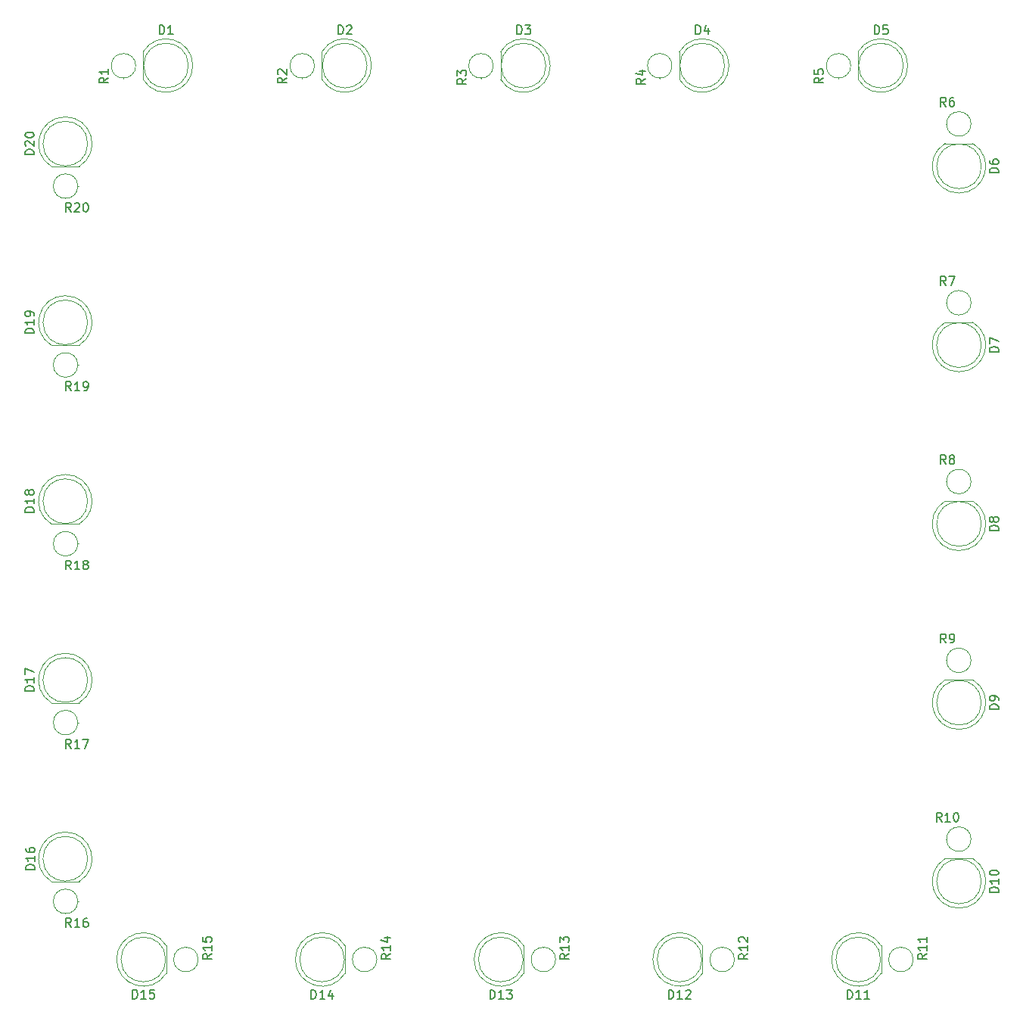
<source format=gbr>
%TF.GenerationSoftware,KiCad,Pcbnew,7.0.6*%
%TF.CreationDate,2024-08-08T10:20:05+01:00*%
%TF.ProjectId,DMI_LightBox,444d495f-4c69-4676-9874-426f782e6b69,rev?*%
%TF.SameCoordinates,Original*%
%TF.FileFunction,Legend,Top*%
%TF.FilePolarity,Positive*%
%FSLAX46Y46*%
G04 Gerber Fmt 4.6, Leading zero omitted, Abs format (unit mm)*
G04 Created by KiCad (PCBNEW 7.0.6) date 2024-08-08 10:20:05*
%MOMM*%
%LPD*%
G01*
G04 APERTURE LIST*
%ADD10C,0.150000*%
%ADD11C,0.120000*%
G04 APERTURE END LIST*
D10*
X160665319Y-146692857D02*
X160189128Y-147026190D01*
X160665319Y-147264285D02*
X159665319Y-147264285D01*
X159665319Y-147264285D02*
X159665319Y-146883333D01*
X159665319Y-146883333D02*
X159712938Y-146788095D01*
X159712938Y-146788095D02*
X159760557Y-146740476D01*
X159760557Y-146740476D02*
X159855795Y-146692857D01*
X159855795Y-146692857D02*
X159998652Y-146692857D01*
X159998652Y-146692857D02*
X160093890Y-146740476D01*
X160093890Y-146740476D02*
X160141509Y-146788095D01*
X160141509Y-146788095D02*
X160189128Y-146883333D01*
X160189128Y-146883333D02*
X160189128Y-147264285D01*
X160665319Y-145740476D02*
X160665319Y-146311904D01*
X160665319Y-146026190D02*
X159665319Y-146026190D01*
X159665319Y-146026190D02*
X159808176Y-146121428D01*
X159808176Y-146121428D02*
X159903414Y-146216666D01*
X159903414Y-146216666D02*
X159951033Y-146311904D01*
X159998652Y-144883333D02*
X160665319Y-144883333D01*
X159617700Y-145121428D02*
X160331985Y-145359523D01*
X160331985Y-145359523D02*
X160331985Y-144740476D01*
X120799819Y-97264284D02*
X119799819Y-97264284D01*
X119799819Y-97264284D02*
X119799819Y-97026189D01*
X119799819Y-97026189D02*
X119847438Y-96883332D01*
X119847438Y-96883332D02*
X119942676Y-96788094D01*
X119942676Y-96788094D02*
X120037914Y-96740475D01*
X120037914Y-96740475D02*
X120228390Y-96692856D01*
X120228390Y-96692856D02*
X120371247Y-96692856D01*
X120371247Y-96692856D02*
X120561723Y-96740475D01*
X120561723Y-96740475D02*
X120656961Y-96788094D01*
X120656961Y-96788094D02*
X120752200Y-96883332D01*
X120752200Y-96883332D02*
X120799819Y-97026189D01*
X120799819Y-97026189D02*
X120799819Y-97264284D01*
X120799819Y-95740475D02*
X120799819Y-96311903D01*
X120799819Y-96026189D02*
X119799819Y-96026189D01*
X119799819Y-96026189D02*
X119942676Y-96121427D01*
X119942676Y-96121427D02*
X120037914Y-96216665D01*
X120037914Y-96216665D02*
X120085533Y-96311903D01*
X120228390Y-95169046D02*
X120180771Y-95264284D01*
X120180771Y-95264284D02*
X120133152Y-95311903D01*
X120133152Y-95311903D02*
X120037914Y-95359522D01*
X120037914Y-95359522D02*
X119990295Y-95359522D01*
X119990295Y-95359522D02*
X119895057Y-95311903D01*
X119895057Y-95311903D02*
X119847438Y-95264284D01*
X119847438Y-95264284D02*
X119799819Y-95169046D01*
X119799819Y-95169046D02*
X119799819Y-94978570D01*
X119799819Y-94978570D02*
X119847438Y-94883332D01*
X119847438Y-94883332D02*
X119895057Y-94835713D01*
X119895057Y-94835713D02*
X119990295Y-94788094D01*
X119990295Y-94788094D02*
X120037914Y-94788094D01*
X120037914Y-94788094D02*
X120133152Y-94835713D01*
X120133152Y-94835713D02*
X120180771Y-94883332D01*
X120180771Y-94883332D02*
X120228390Y-94978570D01*
X120228390Y-94978570D02*
X120228390Y-95169046D01*
X120228390Y-95169046D02*
X120276009Y-95264284D01*
X120276009Y-95264284D02*
X120323628Y-95311903D01*
X120323628Y-95311903D02*
X120418866Y-95359522D01*
X120418866Y-95359522D02*
X120609342Y-95359522D01*
X120609342Y-95359522D02*
X120704580Y-95311903D01*
X120704580Y-95311903D02*
X120752200Y-95264284D01*
X120752200Y-95264284D02*
X120799819Y-95169046D01*
X120799819Y-95169046D02*
X120799819Y-94978570D01*
X120799819Y-94978570D02*
X120752200Y-94883332D01*
X120752200Y-94883332D02*
X120704580Y-94835713D01*
X120704580Y-94835713D02*
X120609342Y-94788094D01*
X120609342Y-94788094D02*
X120418866Y-94788094D01*
X120418866Y-94788094D02*
X120323628Y-94835713D01*
X120323628Y-94835713D02*
X120276009Y-94883332D01*
X120276009Y-94883332D02*
X120228390Y-94978570D01*
X228719821Y-99328094D02*
X227719821Y-99328094D01*
X227719821Y-99328094D02*
X227719821Y-99089999D01*
X227719821Y-99089999D02*
X227767440Y-98947142D01*
X227767440Y-98947142D02*
X227862678Y-98851904D01*
X227862678Y-98851904D02*
X227957916Y-98804285D01*
X227957916Y-98804285D02*
X228148392Y-98756666D01*
X228148392Y-98756666D02*
X228291249Y-98756666D01*
X228291249Y-98756666D02*
X228481725Y-98804285D01*
X228481725Y-98804285D02*
X228576963Y-98851904D01*
X228576963Y-98851904D02*
X228672202Y-98947142D01*
X228672202Y-98947142D02*
X228719821Y-99089999D01*
X228719821Y-99089999D02*
X228719821Y-99328094D01*
X228148392Y-98185237D02*
X228100773Y-98280475D01*
X228100773Y-98280475D02*
X228053154Y-98328094D01*
X228053154Y-98328094D02*
X227957916Y-98375713D01*
X227957916Y-98375713D02*
X227910297Y-98375713D01*
X227910297Y-98375713D02*
X227815059Y-98328094D01*
X227815059Y-98328094D02*
X227767440Y-98280475D01*
X227767440Y-98280475D02*
X227719821Y-98185237D01*
X227719821Y-98185237D02*
X227719821Y-97994761D01*
X227719821Y-97994761D02*
X227767440Y-97899523D01*
X227767440Y-97899523D02*
X227815059Y-97851904D01*
X227815059Y-97851904D02*
X227910297Y-97804285D01*
X227910297Y-97804285D02*
X227957916Y-97804285D01*
X227957916Y-97804285D02*
X228053154Y-97851904D01*
X228053154Y-97851904D02*
X228100773Y-97899523D01*
X228100773Y-97899523D02*
X228148392Y-97994761D01*
X228148392Y-97994761D02*
X228148392Y-98185237D01*
X228148392Y-98185237D02*
X228196011Y-98280475D01*
X228196011Y-98280475D02*
X228243630Y-98328094D01*
X228243630Y-98328094D02*
X228338868Y-98375713D01*
X228338868Y-98375713D02*
X228529344Y-98375713D01*
X228529344Y-98375713D02*
X228624582Y-98328094D01*
X228624582Y-98328094D02*
X228672202Y-98280475D01*
X228672202Y-98280475D02*
X228719821Y-98185237D01*
X228719821Y-98185237D02*
X228719821Y-97994761D01*
X228719821Y-97994761D02*
X228672202Y-97899523D01*
X228672202Y-97899523D02*
X228624582Y-97851904D01*
X228624582Y-97851904D02*
X228529344Y-97804285D01*
X228529344Y-97804285D02*
X228338868Y-97804285D01*
X228338868Y-97804285D02*
X228243630Y-97851904D01*
X228243630Y-97851904D02*
X228196011Y-97899523D01*
X228196011Y-97899523D02*
X228148392Y-97994761D01*
X154836907Y-43814818D02*
X154836907Y-42814818D01*
X154836907Y-42814818D02*
X155075002Y-42814818D01*
X155075002Y-42814818D02*
X155217859Y-42862437D01*
X155217859Y-42862437D02*
X155313097Y-42957675D01*
X155313097Y-42957675D02*
X155360716Y-43052913D01*
X155360716Y-43052913D02*
X155408335Y-43243389D01*
X155408335Y-43243389D02*
X155408335Y-43386246D01*
X155408335Y-43386246D02*
X155360716Y-43576722D01*
X155360716Y-43576722D02*
X155313097Y-43671960D01*
X155313097Y-43671960D02*
X155217859Y-43767199D01*
X155217859Y-43767199D02*
X155075002Y-43814818D01*
X155075002Y-43814818D02*
X154836907Y-43814818D01*
X155789288Y-42910056D02*
X155836907Y-42862437D01*
X155836907Y-42862437D02*
X155932145Y-42814818D01*
X155932145Y-42814818D02*
X156170240Y-42814818D01*
X156170240Y-42814818D02*
X156265478Y-42862437D01*
X156265478Y-42862437D02*
X156313097Y-42910056D01*
X156313097Y-42910056D02*
X156360716Y-43005294D01*
X156360716Y-43005294D02*
X156360716Y-43100532D01*
X156360716Y-43100532D02*
X156313097Y-43243389D01*
X156313097Y-43243389D02*
X155741669Y-43814818D01*
X155741669Y-43814818D02*
X156360716Y-43814818D01*
X200670319Y-146692857D02*
X200194128Y-147026190D01*
X200670319Y-147264285D02*
X199670319Y-147264285D01*
X199670319Y-147264285D02*
X199670319Y-146883333D01*
X199670319Y-146883333D02*
X199717938Y-146788095D01*
X199717938Y-146788095D02*
X199765557Y-146740476D01*
X199765557Y-146740476D02*
X199860795Y-146692857D01*
X199860795Y-146692857D02*
X200003652Y-146692857D01*
X200003652Y-146692857D02*
X200098890Y-146740476D01*
X200098890Y-146740476D02*
X200146509Y-146788095D01*
X200146509Y-146788095D02*
X200194128Y-146883333D01*
X200194128Y-146883333D02*
X200194128Y-147264285D01*
X200670319Y-145740476D02*
X200670319Y-146311904D01*
X200670319Y-146026190D02*
X199670319Y-146026190D01*
X199670319Y-146026190D02*
X199813176Y-146121428D01*
X199813176Y-146121428D02*
X199908414Y-146216666D01*
X199908414Y-146216666D02*
X199956033Y-146311904D01*
X199765557Y-145359523D02*
X199717938Y-145311904D01*
X199717938Y-145311904D02*
X199670319Y-145216666D01*
X199670319Y-145216666D02*
X199670319Y-144978571D01*
X199670319Y-144978571D02*
X199717938Y-144883333D01*
X199717938Y-144883333D02*
X199765557Y-144835714D01*
X199765557Y-144835714D02*
X199860795Y-144788095D01*
X199860795Y-144788095D02*
X199956033Y-144788095D01*
X199956033Y-144788095D02*
X200098890Y-144835714D01*
X200098890Y-144835714D02*
X200670319Y-145407142D01*
X200670319Y-145407142D02*
X200670319Y-144788095D01*
X171820714Y-151734819D02*
X171820714Y-150734819D01*
X171820714Y-150734819D02*
X172058809Y-150734819D01*
X172058809Y-150734819D02*
X172201666Y-150782438D01*
X172201666Y-150782438D02*
X172296904Y-150877676D01*
X172296904Y-150877676D02*
X172344523Y-150972914D01*
X172344523Y-150972914D02*
X172392142Y-151163390D01*
X172392142Y-151163390D02*
X172392142Y-151306247D01*
X172392142Y-151306247D02*
X172344523Y-151496723D01*
X172344523Y-151496723D02*
X172296904Y-151591961D01*
X172296904Y-151591961D02*
X172201666Y-151687200D01*
X172201666Y-151687200D02*
X172058809Y-151734819D01*
X172058809Y-151734819D02*
X171820714Y-151734819D01*
X173344523Y-151734819D02*
X172773095Y-151734819D01*
X173058809Y-151734819D02*
X173058809Y-150734819D01*
X173058809Y-150734819D02*
X172963571Y-150877676D01*
X172963571Y-150877676D02*
X172868333Y-150972914D01*
X172868333Y-150972914D02*
X172773095Y-151020533D01*
X173677857Y-150734819D02*
X174296904Y-150734819D01*
X174296904Y-150734819D02*
X173963571Y-151115771D01*
X173963571Y-151115771D02*
X174106428Y-151115771D01*
X174106428Y-151115771D02*
X174201666Y-151163390D01*
X174201666Y-151163390D02*
X174249285Y-151211009D01*
X174249285Y-151211009D02*
X174296904Y-151306247D01*
X174296904Y-151306247D02*
X174296904Y-151544342D01*
X174296904Y-151544342D02*
X174249285Y-151639580D01*
X174249285Y-151639580D02*
X174201666Y-151687200D01*
X174201666Y-151687200D02*
X174106428Y-151734819D01*
X174106428Y-151734819D02*
X173820714Y-151734819D01*
X173820714Y-151734819D02*
X173725476Y-151687200D01*
X173725476Y-151687200D02*
X173677857Y-151639580D01*
X151820714Y-151734819D02*
X151820714Y-150734819D01*
X151820714Y-150734819D02*
X152058809Y-150734819D01*
X152058809Y-150734819D02*
X152201666Y-150782438D01*
X152201666Y-150782438D02*
X152296904Y-150877676D01*
X152296904Y-150877676D02*
X152344523Y-150972914D01*
X152344523Y-150972914D02*
X152392142Y-151163390D01*
X152392142Y-151163390D02*
X152392142Y-151306247D01*
X152392142Y-151306247D02*
X152344523Y-151496723D01*
X152344523Y-151496723D02*
X152296904Y-151591961D01*
X152296904Y-151591961D02*
X152201666Y-151687200D01*
X152201666Y-151687200D02*
X152058809Y-151734819D01*
X152058809Y-151734819D02*
X151820714Y-151734819D01*
X153344523Y-151734819D02*
X152773095Y-151734819D01*
X153058809Y-151734819D02*
X153058809Y-150734819D01*
X153058809Y-150734819D02*
X152963571Y-150877676D01*
X152963571Y-150877676D02*
X152868333Y-150972914D01*
X152868333Y-150972914D02*
X152773095Y-151020533D01*
X154201666Y-151068152D02*
X154201666Y-151734819D01*
X153963571Y-150687200D02*
X153725476Y-151401485D01*
X153725476Y-151401485D02*
X154344523Y-151401485D01*
X120799819Y-117264284D02*
X119799819Y-117264284D01*
X119799819Y-117264284D02*
X119799819Y-117026189D01*
X119799819Y-117026189D02*
X119847438Y-116883332D01*
X119847438Y-116883332D02*
X119942676Y-116788094D01*
X119942676Y-116788094D02*
X120037914Y-116740475D01*
X120037914Y-116740475D02*
X120228390Y-116692856D01*
X120228390Y-116692856D02*
X120371247Y-116692856D01*
X120371247Y-116692856D02*
X120561723Y-116740475D01*
X120561723Y-116740475D02*
X120656961Y-116788094D01*
X120656961Y-116788094D02*
X120752200Y-116883332D01*
X120752200Y-116883332D02*
X120799819Y-117026189D01*
X120799819Y-117026189D02*
X120799819Y-117264284D01*
X120799819Y-115740475D02*
X120799819Y-116311903D01*
X120799819Y-116026189D02*
X119799819Y-116026189D01*
X119799819Y-116026189D02*
X119942676Y-116121427D01*
X119942676Y-116121427D02*
X120037914Y-116216665D01*
X120037914Y-116216665D02*
X120085533Y-116311903D01*
X119799819Y-115407141D02*
X119799819Y-114740475D01*
X119799819Y-114740475D02*
X120799819Y-115169046D01*
X214836907Y-43814818D02*
X214836907Y-42814818D01*
X214836907Y-42814818D02*
X215075002Y-42814818D01*
X215075002Y-42814818D02*
X215217859Y-42862437D01*
X215217859Y-42862437D02*
X215313097Y-42957675D01*
X215313097Y-42957675D02*
X215360716Y-43052913D01*
X215360716Y-43052913D02*
X215408335Y-43243389D01*
X215408335Y-43243389D02*
X215408335Y-43386246D01*
X215408335Y-43386246D02*
X215360716Y-43576722D01*
X215360716Y-43576722D02*
X215313097Y-43671960D01*
X215313097Y-43671960D02*
X215217859Y-43767199D01*
X215217859Y-43767199D02*
X215075002Y-43814818D01*
X215075002Y-43814818D02*
X214836907Y-43814818D01*
X216313097Y-42814818D02*
X215836907Y-42814818D01*
X215836907Y-42814818D02*
X215789288Y-43291008D01*
X215789288Y-43291008D02*
X215836907Y-43243389D01*
X215836907Y-43243389D02*
X215932145Y-43195770D01*
X215932145Y-43195770D02*
X216170240Y-43195770D01*
X216170240Y-43195770D02*
X216265478Y-43243389D01*
X216265478Y-43243389D02*
X216313097Y-43291008D01*
X216313097Y-43291008D02*
X216360716Y-43386246D01*
X216360716Y-43386246D02*
X216360716Y-43624341D01*
X216360716Y-43624341D02*
X216313097Y-43719579D01*
X216313097Y-43719579D02*
X216265478Y-43767199D01*
X216265478Y-43767199D02*
X216170240Y-43814818D01*
X216170240Y-43814818D02*
X215932145Y-43814818D01*
X215932145Y-43814818D02*
X215836907Y-43767199D01*
X215836907Y-43767199D02*
X215789288Y-43719579D01*
X222845333Y-111897319D02*
X222512000Y-111421128D01*
X222273905Y-111897319D02*
X222273905Y-110897319D01*
X222273905Y-110897319D02*
X222654857Y-110897319D01*
X222654857Y-110897319D02*
X222750095Y-110944938D01*
X222750095Y-110944938D02*
X222797714Y-110992557D01*
X222797714Y-110992557D02*
X222845333Y-111087795D01*
X222845333Y-111087795D02*
X222845333Y-111230652D01*
X222845333Y-111230652D02*
X222797714Y-111325890D01*
X222797714Y-111325890D02*
X222750095Y-111373509D01*
X222750095Y-111373509D02*
X222654857Y-111421128D01*
X222654857Y-111421128D02*
X222273905Y-111421128D01*
X223321524Y-111897319D02*
X223512000Y-111897319D01*
X223512000Y-111897319D02*
X223607238Y-111849700D01*
X223607238Y-111849700D02*
X223654857Y-111802080D01*
X223654857Y-111802080D02*
X223750095Y-111659223D01*
X223750095Y-111659223D02*
X223797714Y-111468747D01*
X223797714Y-111468747D02*
X223797714Y-111087795D01*
X223797714Y-111087795D02*
X223750095Y-110992557D01*
X223750095Y-110992557D02*
X223702476Y-110944938D01*
X223702476Y-110944938D02*
X223607238Y-110897319D01*
X223607238Y-110897319D02*
X223416762Y-110897319D01*
X223416762Y-110897319D02*
X223321524Y-110944938D01*
X223321524Y-110944938D02*
X223273905Y-110992557D01*
X223273905Y-110992557D02*
X223226286Y-111087795D01*
X223226286Y-111087795D02*
X223226286Y-111325890D01*
X223226286Y-111325890D02*
X223273905Y-111421128D01*
X223273905Y-111421128D02*
X223321524Y-111468747D01*
X223321524Y-111468747D02*
X223416762Y-111516366D01*
X223416762Y-111516366D02*
X223607238Y-111516366D01*
X223607238Y-111516366D02*
X223702476Y-111468747D01*
X223702476Y-111468747D02*
X223750095Y-111421128D01*
X223750095Y-111421128D02*
X223797714Y-111325890D01*
X189176819Y-48778666D02*
X188700628Y-49111999D01*
X189176819Y-49350094D02*
X188176819Y-49350094D01*
X188176819Y-49350094D02*
X188176819Y-48969142D01*
X188176819Y-48969142D02*
X188224438Y-48873904D01*
X188224438Y-48873904D02*
X188272057Y-48826285D01*
X188272057Y-48826285D02*
X188367295Y-48778666D01*
X188367295Y-48778666D02*
X188510152Y-48778666D01*
X188510152Y-48778666D02*
X188605390Y-48826285D01*
X188605390Y-48826285D02*
X188653009Y-48873904D01*
X188653009Y-48873904D02*
X188700628Y-48969142D01*
X188700628Y-48969142D02*
X188700628Y-49350094D01*
X188510152Y-47921523D02*
X189176819Y-47921523D01*
X188129200Y-48159618D02*
X188843485Y-48397713D01*
X188843485Y-48397713D02*
X188843485Y-47778666D01*
X124960142Y-123682919D02*
X124626809Y-123206728D01*
X124388714Y-123682919D02*
X124388714Y-122682919D01*
X124388714Y-122682919D02*
X124769666Y-122682919D01*
X124769666Y-122682919D02*
X124864904Y-122730538D01*
X124864904Y-122730538D02*
X124912523Y-122778157D01*
X124912523Y-122778157D02*
X124960142Y-122873395D01*
X124960142Y-122873395D02*
X124960142Y-123016252D01*
X124960142Y-123016252D02*
X124912523Y-123111490D01*
X124912523Y-123111490D02*
X124864904Y-123159109D01*
X124864904Y-123159109D02*
X124769666Y-123206728D01*
X124769666Y-123206728D02*
X124388714Y-123206728D01*
X125912523Y-123682919D02*
X125341095Y-123682919D01*
X125626809Y-123682919D02*
X125626809Y-122682919D01*
X125626809Y-122682919D02*
X125531571Y-122825776D01*
X125531571Y-122825776D02*
X125436333Y-122921014D01*
X125436333Y-122921014D02*
X125341095Y-122968633D01*
X126245857Y-122682919D02*
X126912523Y-122682919D01*
X126912523Y-122682919D02*
X126483952Y-123682919D01*
X134836907Y-43814818D02*
X134836907Y-42814818D01*
X134836907Y-42814818D02*
X135075002Y-42814818D01*
X135075002Y-42814818D02*
X135217859Y-42862437D01*
X135217859Y-42862437D02*
X135313097Y-42957675D01*
X135313097Y-42957675D02*
X135360716Y-43052913D01*
X135360716Y-43052913D02*
X135408335Y-43243389D01*
X135408335Y-43243389D02*
X135408335Y-43386246D01*
X135408335Y-43386246D02*
X135360716Y-43576722D01*
X135360716Y-43576722D02*
X135313097Y-43671960D01*
X135313097Y-43671960D02*
X135217859Y-43767199D01*
X135217859Y-43767199D02*
X135075002Y-43814818D01*
X135075002Y-43814818D02*
X134836907Y-43814818D01*
X136360716Y-43814818D02*
X135789288Y-43814818D01*
X136075002Y-43814818D02*
X136075002Y-42814818D01*
X136075002Y-42814818D02*
X135979764Y-42957675D01*
X135979764Y-42957675D02*
X135884526Y-43052913D01*
X135884526Y-43052913D02*
X135789288Y-43100532D01*
X211820714Y-151734819D02*
X211820714Y-150734819D01*
X211820714Y-150734819D02*
X212058809Y-150734819D01*
X212058809Y-150734819D02*
X212201666Y-150782438D01*
X212201666Y-150782438D02*
X212296904Y-150877676D01*
X212296904Y-150877676D02*
X212344523Y-150972914D01*
X212344523Y-150972914D02*
X212392142Y-151163390D01*
X212392142Y-151163390D02*
X212392142Y-151306247D01*
X212392142Y-151306247D02*
X212344523Y-151496723D01*
X212344523Y-151496723D02*
X212296904Y-151591961D01*
X212296904Y-151591961D02*
X212201666Y-151687200D01*
X212201666Y-151687200D02*
X212058809Y-151734819D01*
X212058809Y-151734819D02*
X211820714Y-151734819D01*
X213344523Y-151734819D02*
X212773095Y-151734819D01*
X213058809Y-151734819D02*
X213058809Y-150734819D01*
X213058809Y-150734819D02*
X212963571Y-150877676D01*
X212963571Y-150877676D02*
X212868333Y-150972914D01*
X212868333Y-150972914D02*
X212773095Y-151020533D01*
X214296904Y-151734819D02*
X213725476Y-151734819D01*
X214011190Y-151734819D02*
X214011190Y-150734819D01*
X214011190Y-150734819D02*
X213915952Y-150877676D01*
X213915952Y-150877676D02*
X213820714Y-150972914D01*
X213820714Y-150972914D02*
X213725476Y-151020533D01*
X209115819Y-48680666D02*
X208639628Y-49013999D01*
X209115819Y-49252094D02*
X208115819Y-49252094D01*
X208115819Y-49252094D02*
X208115819Y-48871142D01*
X208115819Y-48871142D02*
X208163438Y-48775904D01*
X208163438Y-48775904D02*
X208211057Y-48728285D01*
X208211057Y-48728285D02*
X208306295Y-48680666D01*
X208306295Y-48680666D02*
X208449152Y-48680666D01*
X208449152Y-48680666D02*
X208544390Y-48728285D01*
X208544390Y-48728285D02*
X208592009Y-48775904D01*
X208592009Y-48775904D02*
X208639628Y-48871142D01*
X208639628Y-48871142D02*
X208639628Y-49252094D01*
X208115819Y-47775904D02*
X208115819Y-48252094D01*
X208115819Y-48252094D02*
X208592009Y-48299713D01*
X208592009Y-48299713D02*
X208544390Y-48252094D01*
X208544390Y-48252094D02*
X208496771Y-48156856D01*
X208496771Y-48156856D02*
X208496771Y-47918761D01*
X208496771Y-47918761D02*
X208544390Y-47823523D01*
X208544390Y-47823523D02*
X208592009Y-47775904D01*
X208592009Y-47775904D02*
X208687247Y-47728285D01*
X208687247Y-47728285D02*
X208925342Y-47728285D01*
X208925342Y-47728285D02*
X209020580Y-47775904D01*
X209020580Y-47775904D02*
X209068200Y-47823523D01*
X209068200Y-47823523D02*
X209115819Y-47918761D01*
X209115819Y-47918761D02*
X209115819Y-48156856D01*
X209115819Y-48156856D02*
X209068200Y-48252094D01*
X209068200Y-48252094D02*
X209020580Y-48299713D01*
X228719821Y-59328094D02*
X227719821Y-59328094D01*
X227719821Y-59328094D02*
X227719821Y-59089999D01*
X227719821Y-59089999D02*
X227767440Y-58947142D01*
X227767440Y-58947142D02*
X227862678Y-58851904D01*
X227862678Y-58851904D02*
X227957916Y-58804285D01*
X227957916Y-58804285D02*
X228148392Y-58756666D01*
X228148392Y-58756666D02*
X228291249Y-58756666D01*
X228291249Y-58756666D02*
X228481725Y-58804285D01*
X228481725Y-58804285D02*
X228576963Y-58851904D01*
X228576963Y-58851904D02*
X228672202Y-58947142D01*
X228672202Y-58947142D02*
X228719821Y-59089999D01*
X228719821Y-59089999D02*
X228719821Y-59328094D01*
X227719821Y-57899523D02*
X227719821Y-58089999D01*
X227719821Y-58089999D02*
X227767440Y-58185237D01*
X227767440Y-58185237D02*
X227815059Y-58232856D01*
X227815059Y-58232856D02*
X227957916Y-58328094D01*
X227957916Y-58328094D02*
X228148392Y-58375713D01*
X228148392Y-58375713D02*
X228529344Y-58375713D01*
X228529344Y-58375713D02*
X228624582Y-58328094D01*
X228624582Y-58328094D02*
X228672202Y-58280475D01*
X228672202Y-58280475D02*
X228719821Y-58185237D01*
X228719821Y-58185237D02*
X228719821Y-57994761D01*
X228719821Y-57994761D02*
X228672202Y-57899523D01*
X228672202Y-57899523D02*
X228624582Y-57851904D01*
X228624582Y-57851904D02*
X228529344Y-57804285D01*
X228529344Y-57804285D02*
X228291249Y-57804285D01*
X228291249Y-57804285D02*
X228196011Y-57851904D01*
X228196011Y-57851904D02*
X228148392Y-57899523D01*
X228148392Y-57899523D02*
X228100773Y-57994761D01*
X228100773Y-57994761D02*
X228100773Y-58185237D01*
X228100773Y-58185237D02*
X228148392Y-58280475D01*
X228148392Y-58280475D02*
X228196011Y-58328094D01*
X228196011Y-58328094D02*
X228291249Y-58375713D01*
X169174319Y-48778666D02*
X168698128Y-49111999D01*
X169174319Y-49350094D02*
X168174319Y-49350094D01*
X168174319Y-49350094D02*
X168174319Y-48969142D01*
X168174319Y-48969142D02*
X168221938Y-48873904D01*
X168221938Y-48873904D02*
X168269557Y-48826285D01*
X168269557Y-48826285D02*
X168364795Y-48778666D01*
X168364795Y-48778666D02*
X168507652Y-48778666D01*
X168507652Y-48778666D02*
X168602890Y-48826285D01*
X168602890Y-48826285D02*
X168650509Y-48873904D01*
X168650509Y-48873904D02*
X168698128Y-48969142D01*
X168698128Y-48969142D02*
X168698128Y-49350094D01*
X168174319Y-48445332D02*
X168174319Y-47826285D01*
X168174319Y-47826285D02*
X168555271Y-48159618D01*
X168555271Y-48159618D02*
X168555271Y-48016761D01*
X168555271Y-48016761D02*
X168602890Y-47921523D01*
X168602890Y-47921523D02*
X168650509Y-47873904D01*
X168650509Y-47873904D02*
X168745747Y-47826285D01*
X168745747Y-47826285D02*
X168983842Y-47826285D01*
X168983842Y-47826285D02*
X169079080Y-47873904D01*
X169079080Y-47873904D02*
X169126700Y-47921523D01*
X169126700Y-47921523D02*
X169174319Y-48016761D01*
X169174319Y-48016761D02*
X169174319Y-48302475D01*
X169174319Y-48302475D02*
X169126700Y-48397713D01*
X169126700Y-48397713D02*
X169079080Y-48445332D01*
X124960142Y-143685419D02*
X124626809Y-143209228D01*
X124388714Y-143685419D02*
X124388714Y-142685419D01*
X124388714Y-142685419D02*
X124769666Y-142685419D01*
X124769666Y-142685419D02*
X124864904Y-142733038D01*
X124864904Y-142733038D02*
X124912523Y-142780657D01*
X124912523Y-142780657D02*
X124960142Y-142875895D01*
X124960142Y-142875895D02*
X124960142Y-143018752D01*
X124960142Y-143018752D02*
X124912523Y-143113990D01*
X124912523Y-143113990D02*
X124864904Y-143161609D01*
X124864904Y-143161609D02*
X124769666Y-143209228D01*
X124769666Y-143209228D02*
X124388714Y-143209228D01*
X125912523Y-143685419D02*
X125341095Y-143685419D01*
X125626809Y-143685419D02*
X125626809Y-142685419D01*
X125626809Y-142685419D02*
X125531571Y-142828276D01*
X125531571Y-142828276D02*
X125436333Y-142923514D01*
X125436333Y-142923514D02*
X125341095Y-142971133D01*
X126769666Y-142685419D02*
X126579190Y-142685419D01*
X126579190Y-142685419D02*
X126483952Y-142733038D01*
X126483952Y-142733038D02*
X126436333Y-142780657D01*
X126436333Y-142780657D02*
X126341095Y-142923514D01*
X126341095Y-142923514D02*
X126293476Y-143113990D01*
X126293476Y-143113990D02*
X126293476Y-143494942D01*
X126293476Y-143494942D02*
X126341095Y-143590180D01*
X126341095Y-143590180D02*
X126388714Y-143637800D01*
X126388714Y-143637800D02*
X126483952Y-143685419D01*
X126483952Y-143685419D02*
X126674428Y-143685419D01*
X126674428Y-143685419D02*
X126769666Y-143637800D01*
X126769666Y-143637800D02*
X126817285Y-143590180D01*
X126817285Y-143590180D02*
X126864904Y-143494942D01*
X126864904Y-143494942D02*
X126864904Y-143256847D01*
X126864904Y-143256847D02*
X126817285Y-143161609D01*
X126817285Y-143161609D02*
X126769666Y-143113990D01*
X126769666Y-143113990D02*
X126674428Y-143066371D01*
X126674428Y-143066371D02*
X126483952Y-143066371D01*
X126483952Y-143066371D02*
X126388714Y-143113990D01*
X126388714Y-143113990D02*
X126341095Y-143161609D01*
X126341095Y-143161609D02*
X126293476Y-143256847D01*
X174836907Y-43814818D02*
X174836907Y-42814818D01*
X174836907Y-42814818D02*
X175075002Y-42814818D01*
X175075002Y-42814818D02*
X175217859Y-42862437D01*
X175217859Y-42862437D02*
X175313097Y-42957675D01*
X175313097Y-42957675D02*
X175360716Y-43052913D01*
X175360716Y-43052913D02*
X175408335Y-43243389D01*
X175408335Y-43243389D02*
X175408335Y-43386246D01*
X175408335Y-43386246D02*
X175360716Y-43576722D01*
X175360716Y-43576722D02*
X175313097Y-43671960D01*
X175313097Y-43671960D02*
X175217859Y-43767199D01*
X175217859Y-43767199D02*
X175075002Y-43814818D01*
X175075002Y-43814818D02*
X174836907Y-43814818D01*
X175741669Y-42814818D02*
X176360716Y-42814818D01*
X176360716Y-42814818D02*
X176027383Y-43195770D01*
X176027383Y-43195770D02*
X176170240Y-43195770D01*
X176170240Y-43195770D02*
X176265478Y-43243389D01*
X176265478Y-43243389D02*
X176313097Y-43291008D01*
X176313097Y-43291008D02*
X176360716Y-43386246D01*
X176360716Y-43386246D02*
X176360716Y-43624341D01*
X176360716Y-43624341D02*
X176313097Y-43719579D01*
X176313097Y-43719579D02*
X176265478Y-43767199D01*
X176265478Y-43767199D02*
X176170240Y-43814818D01*
X176170240Y-43814818D02*
X175884526Y-43814818D01*
X175884526Y-43814818D02*
X175789288Y-43767199D01*
X175789288Y-43767199D02*
X175741669Y-43719579D01*
X131820714Y-151711819D02*
X131820714Y-150711819D01*
X131820714Y-150711819D02*
X132058809Y-150711819D01*
X132058809Y-150711819D02*
X132201666Y-150759438D01*
X132201666Y-150759438D02*
X132296904Y-150854676D01*
X132296904Y-150854676D02*
X132344523Y-150949914D01*
X132344523Y-150949914D02*
X132392142Y-151140390D01*
X132392142Y-151140390D02*
X132392142Y-151283247D01*
X132392142Y-151283247D02*
X132344523Y-151473723D01*
X132344523Y-151473723D02*
X132296904Y-151568961D01*
X132296904Y-151568961D02*
X132201666Y-151664200D01*
X132201666Y-151664200D02*
X132058809Y-151711819D01*
X132058809Y-151711819D02*
X131820714Y-151711819D01*
X133344523Y-151711819D02*
X132773095Y-151711819D01*
X133058809Y-151711819D02*
X133058809Y-150711819D01*
X133058809Y-150711819D02*
X132963571Y-150854676D01*
X132963571Y-150854676D02*
X132868333Y-150949914D01*
X132868333Y-150949914D02*
X132773095Y-150997533D01*
X134249285Y-150711819D02*
X133773095Y-150711819D01*
X133773095Y-150711819D02*
X133725476Y-151188009D01*
X133725476Y-151188009D02*
X133773095Y-151140390D01*
X133773095Y-151140390D02*
X133868333Y-151092771D01*
X133868333Y-151092771D02*
X134106428Y-151092771D01*
X134106428Y-151092771D02*
X134201666Y-151140390D01*
X134201666Y-151140390D02*
X134249285Y-151188009D01*
X134249285Y-151188009D02*
X134296904Y-151283247D01*
X134296904Y-151283247D02*
X134296904Y-151521342D01*
X134296904Y-151521342D02*
X134249285Y-151616580D01*
X134249285Y-151616580D02*
X134201666Y-151664200D01*
X134201666Y-151664200D02*
X134106428Y-151711819D01*
X134106428Y-151711819D02*
X133868333Y-151711819D01*
X133868333Y-151711819D02*
X133773095Y-151664200D01*
X133773095Y-151664200D02*
X133725476Y-151616580D01*
X129105819Y-48680666D02*
X128629628Y-49013999D01*
X129105819Y-49252094D02*
X128105819Y-49252094D01*
X128105819Y-49252094D02*
X128105819Y-48871142D01*
X128105819Y-48871142D02*
X128153438Y-48775904D01*
X128153438Y-48775904D02*
X128201057Y-48728285D01*
X128201057Y-48728285D02*
X128296295Y-48680666D01*
X128296295Y-48680666D02*
X128439152Y-48680666D01*
X128439152Y-48680666D02*
X128534390Y-48728285D01*
X128534390Y-48728285D02*
X128582009Y-48775904D01*
X128582009Y-48775904D02*
X128629628Y-48871142D01*
X128629628Y-48871142D02*
X128629628Y-49252094D01*
X129105819Y-47728285D02*
X129105819Y-48299713D01*
X129105819Y-48013999D02*
X128105819Y-48013999D01*
X128105819Y-48013999D02*
X128248676Y-48109237D01*
X128248676Y-48109237D02*
X128343914Y-48204475D01*
X128343914Y-48204475D02*
X128391533Y-48299713D01*
X222845333Y-51889819D02*
X222512000Y-51413628D01*
X222273905Y-51889819D02*
X222273905Y-50889819D01*
X222273905Y-50889819D02*
X222654857Y-50889819D01*
X222654857Y-50889819D02*
X222750095Y-50937438D01*
X222750095Y-50937438D02*
X222797714Y-50985057D01*
X222797714Y-50985057D02*
X222845333Y-51080295D01*
X222845333Y-51080295D02*
X222845333Y-51223152D01*
X222845333Y-51223152D02*
X222797714Y-51318390D01*
X222797714Y-51318390D02*
X222750095Y-51366009D01*
X222750095Y-51366009D02*
X222654857Y-51413628D01*
X222654857Y-51413628D02*
X222273905Y-51413628D01*
X223702476Y-50889819D02*
X223512000Y-50889819D01*
X223512000Y-50889819D02*
X223416762Y-50937438D01*
X223416762Y-50937438D02*
X223369143Y-50985057D01*
X223369143Y-50985057D02*
X223273905Y-51127914D01*
X223273905Y-51127914D02*
X223226286Y-51318390D01*
X223226286Y-51318390D02*
X223226286Y-51699342D01*
X223226286Y-51699342D02*
X223273905Y-51794580D01*
X223273905Y-51794580D02*
X223321524Y-51842200D01*
X223321524Y-51842200D02*
X223416762Y-51889819D01*
X223416762Y-51889819D02*
X223607238Y-51889819D01*
X223607238Y-51889819D02*
X223702476Y-51842200D01*
X223702476Y-51842200D02*
X223750095Y-51794580D01*
X223750095Y-51794580D02*
X223797714Y-51699342D01*
X223797714Y-51699342D02*
X223797714Y-51461247D01*
X223797714Y-51461247D02*
X223750095Y-51366009D01*
X223750095Y-51366009D02*
X223702476Y-51318390D01*
X223702476Y-51318390D02*
X223607238Y-51270771D01*
X223607238Y-51270771D02*
X223416762Y-51270771D01*
X223416762Y-51270771D02*
X223321524Y-51318390D01*
X223321524Y-51318390D02*
X223273905Y-51366009D01*
X223273905Y-51366009D02*
X223226286Y-51461247D01*
X220672819Y-146692857D02*
X220196628Y-147026190D01*
X220672819Y-147264285D02*
X219672819Y-147264285D01*
X219672819Y-147264285D02*
X219672819Y-146883333D01*
X219672819Y-146883333D02*
X219720438Y-146788095D01*
X219720438Y-146788095D02*
X219768057Y-146740476D01*
X219768057Y-146740476D02*
X219863295Y-146692857D01*
X219863295Y-146692857D02*
X220006152Y-146692857D01*
X220006152Y-146692857D02*
X220101390Y-146740476D01*
X220101390Y-146740476D02*
X220149009Y-146788095D01*
X220149009Y-146788095D02*
X220196628Y-146883333D01*
X220196628Y-146883333D02*
X220196628Y-147264285D01*
X220672819Y-145740476D02*
X220672819Y-146311904D01*
X220672819Y-146026190D02*
X219672819Y-146026190D01*
X219672819Y-146026190D02*
X219815676Y-146121428D01*
X219815676Y-146121428D02*
X219910914Y-146216666D01*
X219910914Y-146216666D02*
X219958533Y-146311904D01*
X220672819Y-144788095D02*
X220672819Y-145359523D01*
X220672819Y-145073809D02*
X219672819Y-145073809D01*
X219672819Y-145073809D02*
X219815676Y-145169047D01*
X219815676Y-145169047D02*
X219910914Y-145264285D01*
X219910914Y-145264285D02*
X219958533Y-145359523D01*
X228719821Y-79328094D02*
X227719821Y-79328094D01*
X227719821Y-79328094D02*
X227719821Y-79089999D01*
X227719821Y-79089999D02*
X227767440Y-78947142D01*
X227767440Y-78947142D02*
X227862678Y-78851904D01*
X227862678Y-78851904D02*
X227957916Y-78804285D01*
X227957916Y-78804285D02*
X228148392Y-78756666D01*
X228148392Y-78756666D02*
X228291249Y-78756666D01*
X228291249Y-78756666D02*
X228481725Y-78804285D01*
X228481725Y-78804285D02*
X228576963Y-78851904D01*
X228576963Y-78851904D02*
X228672202Y-78947142D01*
X228672202Y-78947142D02*
X228719821Y-79089999D01*
X228719821Y-79089999D02*
X228719821Y-79328094D01*
X227719821Y-78423332D02*
X227719821Y-77756666D01*
X227719821Y-77756666D02*
X228719821Y-78185237D01*
X194836907Y-43814818D02*
X194836907Y-42814818D01*
X194836907Y-42814818D02*
X195075002Y-42814818D01*
X195075002Y-42814818D02*
X195217859Y-42862437D01*
X195217859Y-42862437D02*
X195313097Y-42957675D01*
X195313097Y-42957675D02*
X195360716Y-43052913D01*
X195360716Y-43052913D02*
X195408335Y-43243389D01*
X195408335Y-43243389D02*
X195408335Y-43386246D01*
X195408335Y-43386246D02*
X195360716Y-43576722D01*
X195360716Y-43576722D02*
X195313097Y-43671960D01*
X195313097Y-43671960D02*
X195217859Y-43767199D01*
X195217859Y-43767199D02*
X195075002Y-43814818D01*
X195075002Y-43814818D02*
X194836907Y-43814818D01*
X196265478Y-43148151D02*
X196265478Y-43814818D01*
X196027383Y-42767199D02*
X195789288Y-43481484D01*
X195789288Y-43481484D02*
X196408335Y-43481484D01*
X120799819Y-77264284D02*
X119799819Y-77264284D01*
X119799819Y-77264284D02*
X119799819Y-77026189D01*
X119799819Y-77026189D02*
X119847438Y-76883332D01*
X119847438Y-76883332D02*
X119942676Y-76788094D01*
X119942676Y-76788094D02*
X120037914Y-76740475D01*
X120037914Y-76740475D02*
X120228390Y-76692856D01*
X120228390Y-76692856D02*
X120371247Y-76692856D01*
X120371247Y-76692856D02*
X120561723Y-76740475D01*
X120561723Y-76740475D02*
X120656961Y-76788094D01*
X120656961Y-76788094D02*
X120752200Y-76883332D01*
X120752200Y-76883332D02*
X120799819Y-77026189D01*
X120799819Y-77026189D02*
X120799819Y-77264284D01*
X120799819Y-75740475D02*
X120799819Y-76311903D01*
X120799819Y-76026189D02*
X119799819Y-76026189D01*
X119799819Y-76026189D02*
X119942676Y-76121427D01*
X119942676Y-76121427D02*
X120037914Y-76216665D01*
X120037914Y-76216665D02*
X120085533Y-76311903D01*
X120799819Y-75264284D02*
X120799819Y-75073808D01*
X120799819Y-75073808D02*
X120752200Y-74978570D01*
X120752200Y-74978570D02*
X120704580Y-74930951D01*
X120704580Y-74930951D02*
X120561723Y-74835713D01*
X120561723Y-74835713D02*
X120371247Y-74788094D01*
X120371247Y-74788094D02*
X119990295Y-74788094D01*
X119990295Y-74788094D02*
X119895057Y-74835713D01*
X119895057Y-74835713D02*
X119847438Y-74883332D01*
X119847438Y-74883332D02*
X119799819Y-74978570D01*
X119799819Y-74978570D02*
X119799819Y-75169046D01*
X119799819Y-75169046D02*
X119847438Y-75264284D01*
X119847438Y-75264284D02*
X119895057Y-75311903D01*
X119895057Y-75311903D02*
X119990295Y-75359522D01*
X119990295Y-75359522D02*
X120228390Y-75359522D01*
X120228390Y-75359522D02*
X120323628Y-75311903D01*
X120323628Y-75311903D02*
X120371247Y-75264284D01*
X120371247Y-75264284D02*
X120418866Y-75169046D01*
X120418866Y-75169046D02*
X120418866Y-74978570D01*
X120418866Y-74978570D02*
X120371247Y-74883332D01*
X120371247Y-74883332D02*
X120323628Y-74835713D01*
X120323628Y-74835713D02*
X120228390Y-74788094D01*
X140662819Y-146692857D02*
X140186628Y-147026190D01*
X140662819Y-147264285D02*
X139662819Y-147264285D01*
X139662819Y-147264285D02*
X139662819Y-146883333D01*
X139662819Y-146883333D02*
X139710438Y-146788095D01*
X139710438Y-146788095D02*
X139758057Y-146740476D01*
X139758057Y-146740476D02*
X139853295Y-146692857D01*
X139853295Y-146692857D02*
X139996152Y-146692857D01*
X139996152Y-146692857D02*
X140091390Y-146740476D01*
X140091390Y-146740476D02*
X140139009Y-146788095D01*
X140139009Y-146788095D02*
X140186628Y-146883333D01*
X140186628Y-146883333D02*
X140186628Y-147264285D01*
X140662819Y-145740476D02*
X140662819Y-146311904D01*
X140662819Y-146026190D02*
X139662819Y-146026190D01*
X139662819Y-146026190D02*
X139805676Y-146121428D01*
X139805676Y-146121428D02*
X139900914Y-146216666D01*
X139900914Y-146216666D02*
X139948533Y-146311904D01*
X139662819Y-144835714D02*
X139662819Y-145311904D01*
X139662819Y-145311904D02*
X140139009Y-145359523D01*
X140139009Y-145359523D02*
X140091390Y-145311904D01*
X140091390Y-145311904D02*
X140043771Y-145216666D01*
X140043771Y-145216666D02*
X140043771Y-144978571D01*
X140043771Y-144978571D02*
X140091390Y-144883333D01*
X140091390Y-144883333D02*
X140139009Y-144835714D01*
X140139009Y-144835714D02*
X140234247Y-144788095D01*
X140234247Y-144788095D02*
X140472342Y-144788095D01*
X140472342Y-144788095D02*
X140567580Y-144835714D01*
X140567580Y-144835714D02*
X140615200Y-144883333D01*
X140615200Y-144883333D02*
X140662819Y-144978571D01*
X140662819Y-144978571D02*
X140662819Y-145216666D01*
X140662819Y-145216666D02*
X140615200Y-145311904D01*
X140615200Y-145311904D02*
X140567580Y-145359523D01*
X120877819Y-137264284D02*
X119877819Y-137264284D01*
X119877819Y-137264284D02*
X119877819Y-137026189D01*
X119877819Y-137026189D02*
X119925438Y-136883332D01*
X119925438Y-136883332D02*
X120020676Y-136788094D01*
X120020676Y-136788094D02*
X120115914Y-136740475D01*
X120115914Y-136740475D02*
X120306390Y-136692856D01*
X120306390Y-136692856D02*
X120449247Y-136692856D01*
X120449247Y-136692856D02*
X120639723Y-136740475D01*
X120639723Y-136740475D02*
X120734961Y-136788094D01*
X120734961Y-136788094D02*
X120830200Y-136883332D01*
X120830200Y-136883332D02*
X120877819Y-137026189D01*
X120877819Y-137026189D02*
X120877819Y-137264284D01*
X120877819Y-135740475D02*
X120877819Y-136311903D01*
X120877819Y-136026189D02*
X119877819Y-136026189D01*
X119877819Y-136026189D02*
X120020676Y-136121427D01*
X120020676Y-136121427D02*
X120115914Y-136216665D01*
X120115914Y-136216665D02*
X120163533Y-136311903D01*
X119877819Y-134883332D02*
X119877819Y-135073808D01*
X119877819Y-135073808D02*
X119925438Y-135169046D01*
X119925438Y-135169046D02*
X119973057Y-135216665D01*
X119973057Y-135216665D02*
X120115914Y-135311903D01*
X120115914Y-135311903D02*
X120306390Y-135359522D01*
X120306390Y-135359522D02*
X120687342Y-135359522D01*
X120687342Y-135359522D02*
X120782580Y-135311903D01*
X120782580Y-135311903D02*
X120830200Y-135264284D01*
X120830200Y-135264284D02*
X120877819Y-135169046D01*
X120877819Y-135169046D02*
X120877819Y-134978570D01*
X120877819Y-134978570D02*
X120830200Y-134883332D01*
X120830200Y-134883332D02*
X120782580Y-134835713D01*
X120782580Y-134835713D02*
X120687342Y-134788094D01*
X120687342Y-134788094D02*
X120449247Y-134788094D01*
X120449247Y-134788094D02*
X120354009Y-134835713D01*
X120354009Y-134835713D02*
X120306390Y-134883332D01*
X120306390Y-134883332D02*
X120258771Y-134978570D01*
X120258771Y-134978570D02*
X120258771Y-135169046D01*
X120258771Y-135169046D02*
X120306390Y-135264284D01*
X120306390Y-135264284D02*
X120354009Y-135311903D01*
X120354009Y-135311903D02*
X120449247Y-135359522D01*
X124960142Y-83677919D02*
X124626809Y-83201728D01*
X124388714Y-83677919D02*
X124388714Y-82677919D01*
X124388714Y-82677919D02*
X124769666Y-82677919D01*
X124769666Y-82677919D02*
X124864904Y-82725538D01*
X124864904Y-82725538D02*
X124912523Y-82773157D01*
X124912523Y-82773157D02*
X124960142Y-82868395D01*
X124960142Y-82868395D02*
X124960142Y-83011252D01*
X124960142Y-83011252D02*
X124912523Y-83106490D01*
X124912523Y-83106490D02*
X124864904Y-83154109D01*
X124864904Y-83154109D02*
X124769666Y-83201728D01*
X124769666Y-83201728D02*
X124388714Y-83201728D01*
X125912523Y-83677919D02*
X125341095Y-83677919D01*
X125626809Y-83677919D02*
X125626809Y-82677919D01*
X125626809Y-82677919D02*
X125531571Y-82820776D01*
X125531571Y-82820776D02*
X125436333Y-82916014D01*
X125436333Y-82916014D02*
X125341095Y-82963633D01*
X126388714Y-83677919D02*
X126579190Y-83677919D01*
X126579190Y-83677919D02*
X126674428Y-83630300D01*
X126674428Y-83630300D02*
X126722047Y-83582680D01*
X126722047Y-83582680D02*
X126817285Y-83439823D01*
X126817285Y-83439823D02*
X126864904Y-83249347D01*
X126864904Y-83249347D02*
X126864904Y-82868395D01*
X126864904Y-82868395D02*
X126817285Y-82773157D01*
X126817285Y-82773157D02*
X126769666Y-82725538D01*
X126769666Y-82725538D02*
X126674428Y-82677919D01*
X126674428Y-82677919D02*
X126483952Y-82677919D01*
X126483952Y-82677919D02*
X126388714Y-82725538D01*
X126388714Y-82725538D02*
X126341095Y-82773157D01*
X126341095Y-82773157D02*
X126293476Y-82868395D01*
X126293476Y-82868395D02*
X126293476Y-83106490D01*
X126293476Y-83106490D02*
X126341095Y-83201728D01*
X126341095Y-83201728D02*
X126388714Y-83249347D01*
X126388714Y-83249347D02*
X126483952Y-83296966D01*
X126483952Y-83296966D02*
X126674428Y-83296966D01*
X126674428Y-83296966D02*
X126769666Y-83249347D01*
X126769666Y-83249347D02*
X126817285Y-83201728D01*
X126817285Y-83201728D02*
X126864904Y-83106490D01*
X222369142Y-131899819D02*
X222035809Y-131423628D01*
X221797714Y-131899819D02*
X221797714Y-130899819D01*
X221797714Y-130899819D02*
X222178666Y-130899819D01*
X222178666Y-130899819D02*
X222273904Y-130947438D01*
X222273904Y-130947438D02*
X222321523Y-130995057D01*
X222321523Y-130995057D02*
X222369142Y-131090295D01*
X222369142Y-131090295D02*
X222369142Y-131233152D01*
X222369142Y-131233152D02*
X222321523Y-131328390D01*
X222321523Y-131328390D02*
X222273904Y-131376009D01*
X222273904Y-131376009D02*
X222178666Y-131423628D01*
X222178666Y-131423628D02*
X221797714Y-131423628D01*
X223321523Y-131899819D02*
X222750095Y-131899819D01*
X223035809Y-131899819D02*
X223035809Y-130899819D01*
X223035809Y-130899819D02*
X222940571Y-131042676D01*
X222940571Y-131042676D02*
X222845333Y-131137914D01*
X222845333Y-131137914D02*
X222750095Y-131185533D01*
X223940571Y-130899819D02*
X224035809Y-130899819D01*
X224035809Y-130899819D02*
X224131047Y-130947438D01*
X224131047Y-130947438D02*
X224178666Y-130995057D01*
X224178666Y-130995057D02*
X224226285Y-131090295D01*
X224226285Y-131090295D02*
X224273904Y-131280771D01*
X224273904Y-131280771D02*
X224273904Y-131518866D01*
X224273904Y-131518866D02*
X224226285Y-131709342D01*
X224226285Y-131709342D02*
X224178666Y-131804580D01*
X224178666Y-131804580D02*
X224131047Y-131852200D01*
X224131047Y-131852200D02*
X224035809Y-131899819D01*
X224035809Y-131899819D02*
X223940571Y-131899819D01*
X223940571Y-131899819D02*
X223845333Y-131852200D01*
X223845333Y-131852200D02*
X223797714Y-131804580D01*
X223797714Y-131804580D02*
X223750095Y-131709342D01*
X223750095Y-131709342D02*
X223702476Y-131518866D01*
X223702476Y-131518866D02*
X223702476Y-131280771D01*
X223702476Y-131280771D02*
X223750095Y-131090295D01*
X223750095Y-131090295D02*
X223797714Y-130995057D01*
X223797714Y-130995057D02*
X223845333Y-130947438D01*
X223845333Y-130947438D02*
X223940571Y-130899819D01*
X228719821Y-139804285D02*
X227719821Y-139804285D01*
X227719821Y-139804285D02*
X227719821Y-139566190D01*
X227719821Y-139566190D02*
X227767440Y-139423333D01*
X227767440Y-139423333D02*
X227862678Y-139328095D01*
X227862678Y-139328095D02*
X227957916Y-139280476D01*
X227957916Y-139280476D02*
X228148392Y-139232857D01*
X228148392Y-139232857D02*
X228291249Y-139232857D01*
X228291249Y-139232857D02*
X228481725Y-139280476D01*
X228481725Y-139280476D02*
X228576963Y-139328095D01*
X228576963Y-139328095D02*
X228672202Y-139423333D01*
X228672202Y-139423333D02*
X228719821Y-139566190D01*
X228719821Y-139566190D02*
X228719821Y-139804285D01*
X228719821Y-138280476D02*
X228719821Y-138851904D01*
X228719821Y-138566190D02*
X227719821Y-138566190D01*
X227719821Y-138566190D02*
X227862678Y-138661428D01*
X227862678Y-138661428D02*
X227957916Y-138756666D01*
X227957916Y-138756666D02*
X228005535Y-138851904D01*
X227719821Y-137661428D02*
X227719821Y-137566190D01*
X227719821Y-137566190D02*
X227767440Y-137470952D01*
X227767440Y-137470952D02*
X227815059Y-137423333D01*
X227815059Y-137423333D02*
X227910297Y-137375714D01*
X227910297Y-137375714D02*
X228100773Y-137328095D01*
X228100773Y-137328095D02*
X228338868Y-137328095D01*
X228338868Y-137328095D02*
X228529344Y-137375714D01*
X228529344Y-137375714D02*
X228624582Y-137423333D01*
X228624582Y-137423333D02*
X228672202Y-137470952D01*
X228672202Y-137470952D02*
X228719821Y-137566190D01*
X228719821Y-137566190D02*
X228719821Y-137661428D01*
X228719821Y-137661428D02*
X228672202Y-137756666D01*
X228672202Y-137756666D02*
X228624582Y-137804285D01*
X228624582Y-137804285D02*
X228529344Y-137851904D01*
X228529344Y-137851904D02*
X228338868Y-137899523D01*
X228338868Y-137899523D02*
X228100773Y-137899523D01*
X228100773Y-137899523D02*
X227910297Y-137851904D01*
X227910297Y-137851904D02*
X227815059Y-137804285D01*
X227815059Y-137804285D02*
X227767440Y-137756666D01*
X227767440Y-137756666D02*
X227719821Y-137661428D01*
X149044819Y-48680666D02*
X148568628Y-49013999D01*
X149044819Y-49252094D02*
X148044819Y-49252094D01*
X148044819Y-49252094D02*
X148044819Y-48871142D01*
X148044819Y-48871142D02*
X148092438Y-48775904D01*
X148092438Y-48775904D02*
X148140057Y-48728285D01*
X148140057Y-48728285D02*
X148235295Y-48680666D01*
X148235295Y-48680666D02*
X148378152Y-48680666D01*
X148378152Y-48680666D02*
X148473390Y-48728285D01*
X148473390Y-48728285D02*
X148521009Y-48775904D01*
X148521009Y-48775904D02*
X148568628Y-48871142D01*
X148568628Y-48871142D02*
X148568628Y-49252094D01*
X148140057Y-48299713D02*
X148092438Y-48252094D01*
X148092438Y-48252094D02*
X148044819Y-48156856D01*
X148044819Y-48156856D02*
X148044819Y-47918761D01*
X148044819Y-47918761D02*
X148092438Y-47823523D01*
X148092438Y-47823523D02*
X148140057Y-47775904D01*
X148140057Y-47775904D02*
X148235295Y-47728285D01*
X148235295Y-47728285D02*
X148330533Y-47728285D01*
X148330533Y-47728285D02*
X148473390Y-47775904D01*
X148473390Y-47775904D02*
X149044819Y-48347332D01*
X149044819Y-48347332D02*
X149044819Y-47728285D01*
X124960142Y-63675419D02*
X124626809Y-63199228D01*
X124388714Y-63675419D02*
X124388714Y-62675419D01*
X124388714Y-62675419D02*
X124769666Y-62675419D01*
X124769666Y-62675419D02*
X124864904Y-62723038D01*
X124864904Y-62723038D02*
X124912523Y-62770657D01*
X124912523Y-62770657D02*
X124960142Y-62865895D01*
X124960142Y-62865895D02*
X124960142Y-63008752D01*
X124960142Y-63008752D02*
X124912523Y-63103990D01*
X124912523Y-63103990D02*
X124864904Y-63151609D01*
X124864904Y-63151609D02*
X124769666Y-63199228D01*
X124769666Y-63199228D02*
X124388714Y-63199228D01*
X125341095Y-62770657D02*
X125388714Y-62723038D01*
X125388714Y-62723038D02*
X125483952Y-62675419D01*
X125483952Y-62675419D02*
X125722047Y-62675419D01*
X125722047Y-62675419D02*
X125817285Y-62723038D01*
X125817285Y-62723038D02*
X125864904Y-62770657D01*
X125864904Y-62770657D02*
X125912523Y-62865895D01*
X125912523Y-62865895D02*
X125912523Y-62961133D01*
X125912523Y-62961133D02*
X125864904Y-63103990D01*
X125864904Y-63103990D02*
X125293476Y-63675419D01*
X125293476Y-63675419D02*
X125912523Y-63675419D01*
X126531571Y-62675419D02*
X126626809Y-62675419D01*
X126626809Y-62675419D02*
X126722047Y-62723038D01*
X126722047Y-62723038D02*
X126769666Y-62770657D01*
X126769666Y-62770657D02*
X126817285Y-62865895D01*
X126817285Y-62865895D02*
X126864904Y-63056371D01*
X126864904Y-63056371D02*
X126864904Y-63294466D01*
X126864904Y-63294466D02*
X126817285Y-63484942D01*
X126817285Y-63484942D02*
X126769666Y-63580180D01*
X126769666Y-63580180D02*
X126722047Y-63627800D01*
X126722047Y-63627800D02*
X126626809Y-63675419D01*
X126626809Y-63675419D02*
X126531571Y-63675419D01*
X126531571Y-63675419D02*
X126436333Y-63627800D01*
X126436333Y-63627800D02*
X126388714Y-63580180D01*
X126388714Y-63580180D02*
X126341095Y-63484942D01*
X126341095Y-63484942D02*
X126293476Y-63294466D01*
X126293476Y-63294466D02*
X126293476Y-63056371D01*
X126293476Y-63056371D02*
X126341095Y-62865895D01*
X126341095Y-62865895D02*
X126388714Y-62770657D01*
X126388714Y-62770657D02*
X126436333Y-62723038D01*
X126436333Y-62723038D02*
X126531571Y-62675419D01*
X228719821Y-119328094D02*
X227719821Y-119328094D01*
X227719821Y-119328094D02*
X227719821Y-119089999D01*
X227719821Y-119089999D02*
X227767440Y-118947142D01*
X227767440Y-118947142D02*
X227862678Y-118851904D01*
X227862678Y-118851904D02*
X227957916Y-118804285D01*
X227957916Y-118804285D02*
X228148392Y-118756666D01*
X228148392Y-118756666D02*
X228291249Y-118756666D01*
X228291249Y-118756666D02*
X228481725Y-118804285D01*
X228481725Y-118804285D02*
X228576963Y-118851904D01*
X228576963Y-118851904D02*
X228672202Y-118947142D01*
X228672202Y-118947142D02*
X228719821Y-119089999D01*
X228719821Y-119089999D02*
X228719821Y-119328094D01*
X228719821Y-118280475D02*
X228719821Y-118089999D01*
X228719821Y-118089999D02*
X228672202Y-117994761D01*
X228672202Y-117994761D02*
X228624582Y-117947142D01*
X228624582Y-117947142D02*
X228481725Y-117851904D01*
X228481725Y-117851904D02*
X228291249Y-117804285D01*
X228291249Y-117804285D02*
X227910297Y-117804285D01*
X227910297Y-117804285D02*
X227815059Y-117851904D01*
X227815059Y-117851904D02*
X227767440Y-117899523D01*
X227767440Y-117899523D02*
X227719821Y-117994761D01*
X227719821Y-117994761D02*
X227719821Y-118185237D01*
X227719821Y-118185237D02*
X227767440Y-118280475D01*
X227767440Y-118280475D02*
X227815059Y-118328094D01*
X227815059Y-118328094D02*
X227910297Y-118375713D01*
X227910297Y-118375713D02*
X228148392Y-118375713D01*
X228148392Y-118375713D02*
X228243630Y-118328094D01*
X228243630Y-118328094D02*
X228291249Y-118280475D01*
X228291249Y-118280475D02*
X228338868Y-118185237D01*
X228338868Y-118185237D02*
X228338868Y-117994761D01*
X228338868Y-117994761D02*
X228291249Y-117899523D01*
X228291249Y-117899523D02*
X228243630Y-117851904D01*
X228243630Y-117851904D02*
X228148392Y-117804285D01*
X222845333Y-91894819D02*
X222512000Y-91418628D01*
X222273905Y-91894819D02*
X222273905Y-90894819D01*
X222273905Y-90894819D02*
X222654857Y-90894819D01*
X222654857Y-90894819D02*
X222750095Y-90942438D01*
X222750095Y-90942438D02*
X222797714Y-90990057D01*
X222797714Y-90990057D02*
X222845333Y-91085295D01*
X222845333Y-91085295D02*
X222845333Y-91228152D01*
X222845333Y-91228152D02*
X222797714Y-91323390D01*
X222797714Y-91323390D02*
X222750095Y-91371009D01*
X222750095Y-91371009D02*
X222654857Y-91418628D01*
X222654857Y-91418628D02*
X222273905Y-91418628D01*
X223416762Y-91323390D02*
X223321524Y-91275771D01*
X223321524Y-91275771D02*
X223273905Y-91228152D01*
X223273905Y-91228152D02*
X223226286Y-91132914D01*
X223226286Y-91132914D02*
X223226286Y-91085295D01*
X223226286Y-91085295D02*
X223273905Y-90990057D01*
X223273905Y-90990057D02*
X223321524Y-90942438D01*
X223321524Y-90942438D02*
X223416762Y-90894819D01*
X223416762Y-90894819D02*
X223607238Y-90894819D01*
X223607238Y-90894819D02*
X223702476Y-90942438D01*
X223702476Y-90942438D02*
X223750095Y-90990057D01*
X223750095Y-90990057D02*
X223797714Y-91085295D01*
X223797714Y-91085295D02*
X223797714Y-91132914D01*
X223797714Y-91132914D02*
X223750095Y-91228152D01*
X223750095Y-91228152D02*
X223702476Y-91275771D01*
X223702476Y-91275771D02*
X223607238Y-91323390D01*
X223607238Y-91323390D02*
X223416762Y-91323390D01*
X223416762Y-91323390D02*
X223321524Y-91371009D01*
X223321524Y-91371009D02*
X223273905Y-91418628D01*
X223273905Y-91418628D02*
X223226286Y-91513866D01*
X223226286Y-91513866D02*
X223226286Y-91704342D01*
X223226286Y-91704342D02*
X223273905Y-91799580D01*
X223273905Y-91799580D02*
X223321524Y-91847200D01*
X223321524Y-91847200D02*
X223416762Y-91894819D01*
X223416762Y-91894819D02*
X223607238Y-91894819D01*
X223607238Y-91894819D02*
X223702476Y-91847200D01*
X223702476Y-91847200D02*
X223750095Y-91799580D01*
X223750095Y-91799580D02*
X223797714Y-91704342D01*
X223797714Y-91704342D02*
X223797714Y-91513866D01*
X223797714Y-91513866D02*
X223750095Y-91418628D01*
X223750095Y-91418628D02*
X223702476Y-91371009D01*
X223702476Y-91371009D02*
X223607238Y-91323390D01*
X120799819Y-57264284D02*
X119799819Y-57264284D01*
X119799819Y-57264284D02*
X119799819Y-57026189D01*
X119799819Y-57026189D02*
X119847438Y-56883332D01*
X119847438Y-56883332D02*
X119942676Y-56788094D01*
X119942676Y-56788094D02*
X120037914Y-56740475D01*
X120037914Y-56740475D02*
X120228390Y-56692856D01*
X120228390Y-56692856D02*
X120371247Y-56692856D01*
X120371247Y-56692856D02*
X120561723Y-56740475D01*
X120561723Y-56740475D02*
X120656961Y-56788094D01*
X120656961Y-56788094D02*
X120752200Y-56883332D01*
X120752200Y-56883332D02*
X120799819Y-57026189D01*
X120799819Y-57026189D02*
X120799819Y-57264284D01*
X119895057Y-56311903D02*
X119847438Y-56264284D01*
X119847438Y-56264284D02*
X119799819Y-56169046D01*
X119799819Y-56169046D02*
X119799819Y-55930951D01*
X119799819Y-55930951D02*
X119847438Y-55835713D01*
X119847438Y-55835713D02*
X119895057Y-55788094D01*
X119895057Y-55788094D02*
X119990295Y-55740475D01*
X119990295Y-55740475D02*
X120085533Y-55740475D01*
X120085533Y-55740475D02*
X120228390Y-55788094D01*
X120228390Y-55788094D02*
X120799819Y-56359522D01*
X120799819Y-56359522D02*
X120799819Y-55740475D01*
X119799819Y-55121427D02*
X119799819Y-55026189D01*
X119799819Y-55026189D02*
X119847438Y-54930951D01*
X119847438Y-54930951D02*
X119895057Y-54883332D01*
X119895057Y-54883332D02*
X119990295Y-54835713D01*
X119990295Y-54835713D02*
X120180771Y-54788094D01*
X120180771Y-54788094D02*
X120418866Y-54788094D01*
X120418866Y-54788094D02*
X120609342Y-54835713D01*
X120609342Y-54835713D02*
X120704580Y-54883332D01*
X120704580Y-54883332D02*
X120752200Y-54930951D01*
X120752200Y-54930951D02*
X120799819Y-55026189D01*
X120799819Y-55026189D02*
X120799819Y-55121427D01*
X120799819Y-55121427D02*
X120752200Y-55216665D01*
X120752200Y-55216665D02*
X120704580Y-55264284D01*
X120704580Y-55264284D02*
X120609342Y-55311903D01*
X120609342Y-55311903D02*
X120418866Y-55359522D01*
X120418866Y-55359522D02*
X120180771Y-55359522D01*
X120180771Y-55359522D02*
X119990295Y-55311903D01*
X119990295Y-55311903D02*
X119895057Y-55264284D01*
X119895057Y-55264284D02*
X119847438Y-55216665D01*
X119847438Y-55216665D02*
X119799819Y-55121427D01*
X124960142Y-103680419D02*
X124626809Y-103204228D01*
X124388714Y-103680419D02*
X124388714Y-102680419D01*
X124388714Y-102680419D02*
X124769666Y-102680419D01*
X124769666Y-102680419D02*
X124864904Y-102728038D01*
X124864904Y-102728038D02*
X124912523Y-102775657D01*
X124912523Y-102775657D02*
X124960142Y-102870895D01*
X124960142Y-102870895D02*
X124960142Y-103013752D01*
X124960142Y-103013752D02*
X124912523Y-103108990D01*
X124912523Y-103108990D02*
X124864904Y-103156609D01*
X124864904Y-103156609D02*
X124769666Y-103204228D01*
X124769666Y-103204228D02*
X124388714Y-103204228D01*
X125912523Y-103680419D02*
X125341095Y-103680419D01*
X125626809Y-103680419D02*
X125626809Y-102680419D01*
X125626809Y-102680419D02*
X125531571Y-102823276D01*
X125531571Y-102823276D02*
X125436333Y-102918514D01*
X125436333Y-102918514D02*
X125341095Y-102966133D01*
X126483952Y-103108990D02*
X126388714Y-103061371D01*
X126388714Y-103061371D02*
X126341095Y-103013752D01*
X126341095Y-103013752D02*
X126293476Y-102918514D01*
X126293476Y-102918514D02*
X126293476Y-102870895D01*
X126293476Y-102870895D02*
X126341095Y-102775657D01*
X126341095Y-102775657D02*
X126388714Y-102728038D01*
X126388714Y-102728038D02*
X126483952Y-102680419D01*
X126483952Y-102680419D02*
X126674428Y-102680419D01*
X126674428Y-102680419D02*
X126769666Y-102728038D01*
X126769666Y-102728038D02*
X126817285Y-102775657D01*
X126817285Y-102775657D02*
X126864904Y-102870895D01*
X126864904Y-102870895D02*
X126864904Y-102918514D01*
X126864904Y-102918514D02*
X126817285Y-103013752D01*
X126817285Y-103013752D02*
X126769666Y-103061371D01*
X126769666Y-103061371D02*
X126674428Y-103108990D01*
X126674428Y-103108990D02*
X126483952Y-103108990D01*
X126483952Y-103108990D02*
X126388714Y-103156609D01*
X126388714Y-103156609D02*
X126341095Y-103204228D01*
X126341095Y-103204228D02*
X126293476Y-103299466D01*
X126293476Y-103299466D02*
X126293476Y-103489942D01*
X126293476Y-103489942D02*
X126341095Y-103585180D01*
X126341095Y-103585180D02*
X126388714Y-103632800D01*
X126388714Y-103632800D02*
X126483952Y-103680419D01*
X126483952Y-103680419D02*
X126674428Y-103680419D01*
X126674428Y-103680419D02*
X126769666Y-103632800D01*
X126769666Y-103632800D02*
X126817285Y-103585180D01*
X126817285Y-103585180D02*
X126864904Y-103489942D01*
X126864904Y-103489942D02*
X126864904Y-103299466D01*
X126864904Y-103299466D02*
X126817285Y-103204228D01*
X126817285Y-103204228D02*
X126769666Y-103156609D01*
X126769666Y-103156609D02*
X126674428Y-103108990D01*
X180667819Y-146692857D02*
X180191628Y-147026190D01*
X180667819Y-147264285D02*
X179667819Y-147264285D01*
X179667819Y-147264285D02*
X179667819Y-146883333D01*
X179667819Y-146883333D02*
X179715438Y-146788095D01*
X179715438Y-146788095D02*
X179763057Y-146740476D01*
X179763057Y-146740476D02*
X179858295Y-146692857D01*
X179858295Y-146692857D02*
X180001152Y-146692857D01*
X180001152Y-146692857D02*
X180096390Y-146740476D01*
X180096390Y-146740476D02*
X180144009Y-146788095D01*
X180144009Y-146788095D02*
X180191628Y-146883333D01*
X180191628Y-146883333D02*
X180191628Y-147264285D01*
X180667819Y-145740476D02*
X180667819Y-146311904D01*
X180667819Y-146026190D02*
X179667819Y-146026190D01*
X179667819Y-146026190D02*
X179810676Y-146121428D01*
X179810676Y-146121428D02*
X179905914Y-146216666D01*
X179905914Y-146216666D02*
X179953533Y-146311904D01*
X179667819Y-145407142D02*
X179667819Y-144788095D01*
X179667819Y-144788095D02*
X180048771Y-145121428D01*
X180048771Y-145121428D02*
X180048771Y-144978571D01*
X180048771Y-144978571D02*
X180096390Y-144883333D01*
X180096390Y-144883333D02*
X180144009Y-144835714D01*
X180144009Y-144835714D02*
X180239247Y-144788095D01*
X180239247Y-144788095D02*
X180477342Y-144788095D01*
X180477342Y-144788095D02*
X180572580Y-144835714D01*
X180572580Y-144835714D02*
X180620200Y-144883333D01*
X180620200Y-144883333D02*
X180667819Y-144978571D01*
X180667819Y-144978571D02*
X180667819Y-145264285D01*
X180667819Y-145264285D02*
X180620200Y-145359523D01*
X180620200Y-145359523D02*
X180572580Y-145407142D01*
X222845333Y-71892319D02*
X222512000Y-71416128D01*
X222273905Y-71892319D02*
X222273905Y-70892319D01*
X222273905Y-70892319D02*
X222654857Y-70892319D01*
X222654857Y-70892319D02*
X222750095Y-70939938D01*
X222750095Y-70939938D02*
X222797714Y-70987557D01*
X222797714Y-70987557D02*
X222845333Y-71082795D01*
X222845333Y-71082795D02*
X222845333Y-71225652D01*
X222845333Y-71225652D02*
X222797714Y-71320890D01*
X222797714Y-71320890D02*
X222750095Y-71368509D01*
X222750095Y-71368509D02*
X222654857Y-71416128D01*
X222654857Y-71416128D02*
X222273905Y-71416128D01*
X223178667Y-70892319D02*
X223845333Y-70892319D01*
X223845333Y-70892319D02*
X223416762Y-71892319D01*
X191820714Y-151734819D02*
X191820714Y-150734819D01*
X191820714Y-150734819D02*
X192058809Y-150734819D01*
X192058809Y-150734819D02*
X192201666Y-150782438D01*
X192201666Y-150782438D02*
X192296904Y-150877676D01*
X192296904Y-150877676D02*
X192344523Y-150972914D01*
X192344523Y-150972914D02*
X192392142Y-151163390D01*
X192392142Y-151163390D02*
X192392142Y-151306247D01*
X192392142Y-151306247D02*
X192344523Y-151496723D01*
X192344523Y-151496723D02*
X192296904Y-151591961D01*
X192296904Y-151591961D02*
X192201666Y-151687200D01*
X192201666Y-151687200D02*
X192058809Y-151734819D01*
X192058809Y-151734819D02*
X191820714Y-151734819D01*
X193344523Y-151734819D02*
X192773095Y-151734819D01*
X193058809Y-151734819D02*
X193058809Y-150734819D01*
X193058809Y-150734819D02*
X192963571Y-150877676D01*
X192963571Y-150877676D02*
X192868333Y-150972914D01*
X192868333Y-150972914D02*
X192773095Y-151020533D01*
X193725476Y-150830057D02*
X193773095Y-150782438D01*
X193773095Y-150782438D02*
X193868333Y-150734819D01*
X193868333Y-150734819D02*
X194106428Y-150734819D01*
X194106428Y-150734819D02*
X194201666Y-150782438D01*
X194201666Y-150782438D02*
X194249285Y-150830057D01*
X194249285Y-150830057D02*
X194296904Y-150925295D01*
X194296904Y-150925295D02*
X194296904Y-151020533D01*
X194296904Y-151020533D02*
X194249285Y-151163390D01*
X194249285Y-151163390D02*
X193677857Y-151734819D01*
X193677857Y-151734819D02*
X194296904Y-151734819D01*
D11*
%TO.C,R14*%
X157797500Y-145950000D02*
X157797500Y-145880000D01*
X159167500Y-147320000D02*
G75*
G03*
X159167500Y-147320000I-1370000J0D01*
G01*
%TO.C,D18*%
X122760000Y-98609999D02*
X125850000Y-98609999D01*
X124305462Y-93060000D02*
G75*
G03*
X122760170Y-98609998I-462J-2989999D01*
G01*
X125849830Y-98609999D02*
G75*
G03*
X124304538Y-93059999I-1544830J2560000D01*
G01*
X126805000Y-96049999D02*
G75*
G03*
X126805000Y-96049999I-2500000J0D01*
G01*
%TO.C,D8*%
X225850002Y-96030000D02*
X222760002Y-96030000D01*
X224304540Y-101579999D02*
G75*
G03*
X225849832Y-96030001I462J2989999D01*
G01*
X222760172Y-96030000D02*
G75*
G03*
X224305464Y-101580000I1544830J-2560000D01*
G01*
X226805002Y-98590000D02*
G75*
G03*
X226805002Y-98590000I-2500000J0D01*
G01*
%TO.C,D2*%
X153015002Y-45774999D02*
X153015002Y-48864999D01*
X158565001Y-47320461D02*
G75*
G03*
X153015003Y-45775169I-2989999J462D01*
G01*
X153015002Y-48864829D02*
G75*
G03*
X158565002Y-47319537I2560000J1544830D01*
G01*
X158075002Y-47319999D02*
G75*
G03*
X158075002Y-47319999I-2500000J0D01*
G01*
%TO.C,R12*%
X197802500Y-145950000D02*
X197802500Y-145880000D01*
X199172500Y-147320000D02*
G75*
G03*
X199172500Y-147320000I-1370000J0D01*
G01*
%TO.C,D13*%
X175595000Y-148865000D02*
X175595000Y-145775000D01*
X170045001Y-147319538D02*
G75*
G03*
X175594999Y-148864830I2989999J-462D01*
G01*
X175595000Y-145775170D02*
G75*
G03*
X170045000Y-147320462I-2560000J-1544830D01*
G01*
X175535000Y-147320000D02*
G75*
G03*
X175535000Y-147320000I-2500000J0D01*
G01*
%TO.C,D14*%
X155595000Y-148865000D02*
X155595000Y-145775000D01*
X150045001Y-147319538D02*
G75*
G03*
X155594999Y-148864830I2989999J-462D01*
G01*
X155595000Y-145775170D02*
G75*
G03*
X150045000Y-147320462I-2560000J-1544830D01*
G01*
X155535000Y-147320000D02*
G75*
G03*
X155535000Y-147320000I-2500000J0D01*
G01*
%TO.C,D17*%
X122760000Y-118609999D02*
X125850000Y-118609999D01*
X124305462Y-113060000D02*
G75*
G03*
X122760170Y-118609998I-462J-2989999D01*
G01*
X125849830Y-118609999D02*
G75*
G03*
X124304538Y-113059999I-1544830J2560000D01*
G01*
X126805000Y-116049999D02*
G75*
G03*
X126805000Y-116049999I-2500000J0D01*
G01*
%TO.C,D5*%
X213015002Y-45774999D02*
X213015002Y-48864999D01*
X218565001Y-47320461D02*
G75*
G03*
X213015003Y-45775169I-2989999J462D01*
G01*
X213015002Y-48864829D02*
G75*
G03*
X218565002Y-47319537I2560000J1544830D01*
G01*
X218075002Y-47319999D02*
G75*
G03*
X218075002Y-47319999I-2500000J0D01*
G01*
%TO.C,R9*%
X222912000Y-113855500D02*
X222842000Y-113855500D01*
X225652000Y-113855500D02*
G75*
G03*
X225652000Y-113855500I-1370000J0D01*
G01*
%TO.C,R4*%
X190817500Y-48712000D02*
X190817500Y-48782000D01*
X192187500Y-47342000D02*
G75*
G03*
X192187500Y-47342000I-1370000J0D01*
G01*
%TO.C,R17*%
X125703000Y-120815100D02*
X125773000Y-120815100D01*
X125703000Y-120815100D02*
G75*
G03*
X125703000Y-120815100I-1370000J0D01*
G01*
%TO.C,D1*%
X133015002Y-45774999D02*
X133015002Y-48864999D01*
X138565001Y-47320461D02*
G75*
G03*
X133015003Y-45775169I-2989999J462D01*
G01*
X133015002Y-48864829D02*
G75*
G03*
X138565002Y-47319537I2560000J1544830D01*
G01*
X138075002Y-47319999D02*
G75*
G03*
X138075002Y-47319999I-2500000J0D01*
G01*
%TO.C,D11*%
X215595000Y-148865000D02*
X215595000Y-145775000D01*
X210045001Y-147319538D02*
G75*
G03*
X215594999Y-148864830I2989999J-462D01*
G01*
X215595000Y-145775170D02*
G75*
G03*
X210045000Y-147320462I-2560000J-1544830D01*
G01*
X215535000Y-147320000D02*
G75*
G03*
X215535000Y-147320000I-2500000J0D01*
G01*
%TO.C,R5*%
X210820000Y-48712000D02*
X210820000Y-48782000D01*
X212190000Y-47342000D02*
G75*
G03*
X212190000Y-47342000I-1370000J0D01*
G01*
%TO.C,D6*%
X225850002Y-56030000D02*
X222760002Y-56030000D01*
X224304540Y-61579999D02*
G75*
G03*
X225849832Y-56030001I462J2989999D01*
G01*
X222760172Y-56030000D02*
G75*
G03*
X224305464Y-61580000I1544830J-2560000D01*
G01*
X226805002Y-58590000D02*
G75*
G03*
X226805002Y-58590000I-2500000J0D01*
G01*
%TO.C,R3*%
X170815000Y-48712000D02*
X170815000Y-48782000D01*
X172185000Y-47342000D02*
G75*
G03*
X172185000Y-47342000I-1370000J0D01*
G01*
%TO.C,R16*%
X125703000Y-140817600D02*
X125773000Y-140817600D01*
X125703000Y-140817600D02*
G75*
G03*
X125703000Y-140817600I-1370000J0D01*
G01*
%TO.C,D3*%
X173015002Y-45774999D02*
X173015002Y-48864999D01*
X178565001Y-47320461D02*
G75*
G03*
X173015003Y-45775169I-2989999J462D01*
G01*
X173015002Y-48864829D02*
G75*
G03*
X178565002Y-47319537I2560000J1544830D01*
G01*
X178075002Y-47319999D02*
G75*
G03*
X178075002Y-47319999I-2500000J0D01*
G01*
%TO.C,D15*%
X135595000Y-148865000D02*
X135595000Y-145775000D01*
X130045001Y-147319538D02*
G75*
G03*
X135594999Y-148864830I2989999J-462D01*
G01*
X135595000Y-145775170D02*
G75*
G03*
X130045000Y-147320462I-2560000J-1544830D01*
G01*
X135535000Y-147320000D02*
G75*
G03*
X135535000Y-147320000I-2500000J0D01*
G01*
%TO.C,R1*%
X130810000Y-48712000D02*
X130810000Y-48782000D01*
X132180000Y-47342000D02*
G75*
G03*
X132180000Y-47342000I-1370000J0D01*
G01*
%TO.C,R6*%
X222912000Y-53848000D02*
X222842000Y-53848000D01*
X225652000Y-53848000D02*
G75*
G03*
X225652000Y-53848000I-1370000J0D01*
G01*
%TO.C,R11*%
X217805000Y-145950000D02*
X217805000Y-145880000D01*
X219175000Y-147320000D02*
G75*
G03*
X219175000Y-147320000I-1370000J0D01*
G01*
%TO.C,D7*%
X225850002Y-76030000D02*
X222760002Y-76030000D01*
X224304540Y-81579999D02*
G75*
G03*
X225849832Y-76030001I462J2989999D01*
G01*
X222760172Y-76030000D02*
G75*
G03*
X224305464Y-81580000I1544830J-2560000D01*
G01*
X226805002Y-78590000D02*
G75*
G03*
X226805002Y-78590000I-2500000J0D01*
G01*
%TO.C,D4*%
X193015002Y-45774999D02*
X193015002Y-48864999D01*
X198565001Y-47320461D02*
G75*
G03*
X193015003Y-45775169I-2989999J462D01*
G01*
X193015002Y-48864829D02*
G75*
G03*
X198565002Y-47319537I2560000J1544830D01*
G01*
X198075002Y-47319999D02*
G75*
G03*
X198075002Y-47319999I-2500000J0D01*
G01*
%TO.C,D19*%
X122760000Y-78609999D02*
X125850000Y-78609999D01*
X124305462Y-73060000D02*
G75*
G03*
X122760170Y-78609998I-462J-2989999D01*
G01*
X125849830Y-78609999D02*
G75*
G03*
X124304538Y-73059999I-1544830J2560000D01*
G01*
X126805000Y-76049999D02*
G75*
G03*
X126805000Y-76049999I-2500000J0D01*
G01*
%TO.C,R15*%
X137795000Y-145950000D02*
X137795000Y-145880000D01*
X139165000Y-147320000D02*
G75*
G03*
X139165000Y-147320000I-1370000J0D01*
G01*
%TO.C,D16*%
X122760000Y-138609999D02*
X125850000Y-138609999D01*
X124305462Y-133060000D02*
G75*
G03*
X122760170Y-138609998I-462J-2989999D01*
G01*
X125849830Y-138609999D02*
G75*
G03*
X124304538Y-133059999I-1544830J2560000D01*
G01*
X126805000Y-136049999D02*
G75*
G03*
X126805000Y-136049999I-2500000J0D01*
G01*
%TO.C,R19*%
X125703000Y-80810100D02*
X125773000Y-80810100D01*
X125703000Y-80810100D02*
G75*
G03*
X125703000Y-80810100I-1370000J0D01*
G01*
%TO.C,R10*%
X222912000Y-133858000D02*
X222842000Y-133858000D01*
X225652000Y-133858000D02*
G75*
G03*
X225652000Y-133858000I-1370000J0D01*
G01*
%TO.C,D10*%
X225850002Y-136030000D02*
X222760002Y-136030000D01*
X224304540Y-141579999D02*
G75*
G03*
X225849832Y-136030001I462J2989999D01*
G01*
X222760172Y-136030000D02*
G75*
G03*
X224305464Y-141580000I1544830J-2560000D01*
G01*
X226805002Y-138590000D02*
G75*
G03*
X226805002Y-138590000I-2500000J0D01*
G01*
%TO.C,R2*%
X150812500Y-48712000D02*
X150812500Y-48782000D01*
X152182500Y-47342000D02*
G75*
G03*
X152182500Y-47342000I-1370000J0D01*
G01*
%TO.C,R20*%
X125703000Y-60807600D02*
X125773000Y-60807600D01*
X125703000Y-60807600D02*
G75*
G03*
X125703000Y-60807600I-1370000J0D01*
G01*
%TO.C,D9*%
X225850002Y-116030000D02*
X222760002Y-116030000D01*
X224304540Y-121579999D02*
G75*
G03*
X225849832Y-116030001I462J2989999D01*
G01*
X222760172Y-116030000D02*
G75*
G03*
X224305464Y-121580000I1544830J-2560000D01*
G01*
X226805002Y-118590000D02*
G75*
G03*
X226805002Y-118590000I-2500000J0D01*
G01*
%TO.C,R8*%
X222912000Y-93853000D02*
X222842000Y-93853000D01*
X225652000Y-93853000D02*
G75*
G03*
X225652000Y-93853000I-1370000J0D01*
G01*
%TO.C,D20*%
X122760000Y-58609999D02*
X125850000Y-58609999D01*
X124305462Y-53060000D02*
G75*
G03*
X122760170Y-58609998I-462J-2989999D01*
G01*
X125849830Y-58609999D02*
G75*
G03*
X124304538Y-53059999I-1544830J2560000D01*
G01*
X126805000Y-56049999D02*
G75*
G03*
X126805000Y-56049999I-2500000J0D01*
G01*
%TO.C,R18*%
X125703000Y-100812600D02*
X125773000Y-100812600D01*
X125703000Y-100812600D02*
G75*
G03*
X125703000Y-100812600I-1370000J0D01*
G01*
%TO.C,R13*%
X177800000Y-145950000D02*
X177800000Y-145880000D01*
X179170000Y-147320000D02*
G75*
G03*
X179170000Y-147320000I-1370000J0D01*
G01*
%TO.C,R7*%
X222912000Y-73850500D02*
X222842000Y-73850500D01*
X225652000Y-73850500D02*
G75*
G03*
X225652000Y-73850500I-1370000J0D01*
G01*
%TO.C,D12*%
X195595000Y-148865000D02*
X195595000Y-145775000D01*
X190045001Y-147319538D02*
G75*
G03*
X195594999Y-148864830I2989999J-462D01*
G01*
X195595000Y-145775170D02*
G75*
G03*
X190045000Y-147320462I-2560000J-1544830D01*
G01*
X195535000Y-147320000D02*
G75*
G03*
X195535000Y-147320000I-2500000J0D01*
G01*
%TD*%
M02*

</source>
